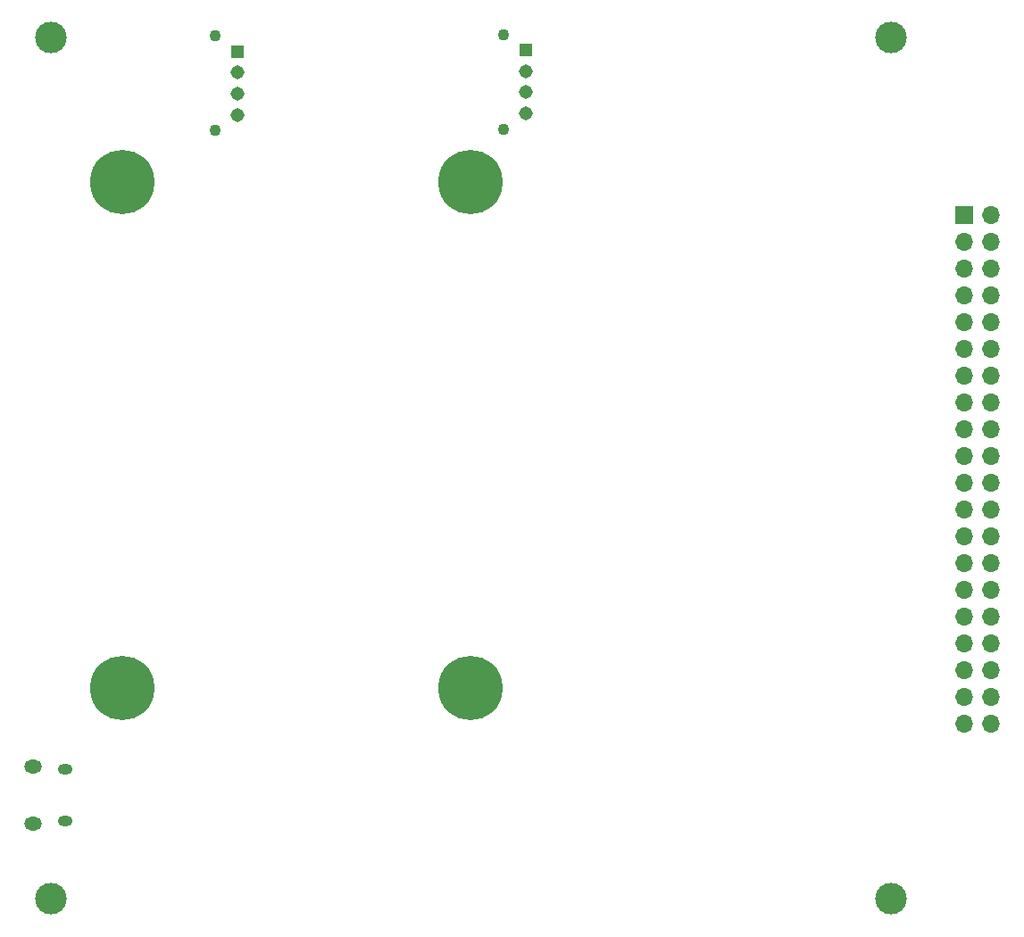
<source format=gbs>
%TF.GenerationSoftware,KiCad,Pcbnew,(6.0.0)*%
%TF.CreationDate,2022-04-24T15:03:07-06:00*%
%TF.ProjectId,CDH,4344482e-6b69-4636-9164-5f7063625858,v01*%
%TF.SameCoordinates,Original*%
%TF.FileFunction,Soldermask,Bot*%
%TF.FilePolarity,Negative*%
%FSLAX46Y46*%
G04 Gerber Fmt 4.6, Leading zero omitted, Abs format (unit mm)*
G04 Created by KiCad (PCBNEW (6.0.0)) date 2022-04-24 15:03:07*
%MOMM*%
%LPD*%
G01*
G04 APERTURE LIST*
%ADD10C,3.000000*%
%ADD11C,1.100000*%
%ADD12R,1.308000X1.308000*%
%ADD13C,1.308000*%
%ADD14O,1.700000X1.300000*%
%ADD15O,1.400000X1.000000*%
%ADD16C,6.100000*%
%ADD17R,1.700000X1.700000*%
%ADD18O,1.700000X1.700000*%
G04 APERTURE END LIST*
D10*
%TO.C,H4*%
X110640000Y-141850000D03*
%TD*%
%TO.C,H2*%
X190340000Y-60150000D03*
%TD*%
%TO.C,H1*%
X110640000Y-60150000D03*
%TD*%
D11*
%TO.C,P1*%
X126225000Y-68950000D03*
X126225000Y-59950000D03*
D12*
X128325000Y-61450000D03*
D13*
X128325000Y-63450000D03*
X128325000Y-65450000D03*
X128325000Y-67450000D03*
%TD*%
D10*
%TO.C,H3*%
X190340000Y-141850000D03*
%TD*%
D14*
%TO.C,J4*%
X109000000Y-134725000D03*
D15*
X112030000Y-134425000D03*
X112030000Y-129575000D03*
D14*
X109000000Y-129275000D03*
%TD*%
D16*
%TO.C,Module1*%
X150430000Y-73880000D03*
X117430000Y-121880000D03*
X117430000Y-73880000D03*
X150430000Y-121880000D03*
%TD*%
D11*
%TO.C,P2*%
X153615000Y-59830000D03*
X153615000Y-68830000D03*
D12*
X155715000Y-61330000D03*
D13*
X155715000Y-63330000D03*
X155715000Y-65330000D03*
X155715000Y-67330000D03*
%TD*%
D17*
%TO.C,J1*%
X197260000Y-76945000D03*
D18*
X199800000Y-76945000D03*
X197260000Y-79485000D03*
X199800000Y-79485000D03*
X197260000Y-82025000D03*
X199800000Y-82025000D03*
X197260000Y-84565000D03*
X199800000Y-84565000D03*
X197260000Y-87105000D03*
X199800000Y-87105000D03*
X197260000Y-89645000D03*
X199800000Y-89645000D03*
X197260000Y-92185000D03*
X199800000Y-92185000D03*
X197260000Y-94725000D03*
X199800000Y-94725000D03*
X197260000Y-97265000D03*
X199800000Y-97265000D03*
X197260000Y-99805000D03*
X199800000Y-99805000D03*
X197260000Y-102345000D03*
X199800000Y-102345000D03*
X197260000Y-104885000D03*
X199800000Y-104885000D03*
X197260000Y-107425000D03*
X199800000Y-107425000D03*
X197260000Y-109965000D03*
X199800000Y-109965000D03*
X197260000Y-112505000D03*
X199800000Y-112505000D03*
X197260000Y-115045000D03*
X199800000Y-115045000D03*
X197260000Y-117585000D03*
X199800000Y-117585000D03*
X197260000Y-120125000D03*
X199800000Y-120125000D03*
X197260000Y-122665000D03*
X199800000Y-122665000D03*
X197260000Y-125205000D03*
X199800000Y-125205000D03*
%TD*%
M02*

</source>
